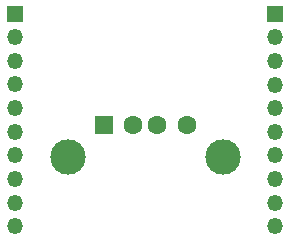
<source format=gbr>
%TF.GenerationSoftware,KiCad,Pcbnew,7.0.7*%
%TF.CreationDate,2023-10-05T13:04:32-06:00*%
%TF.ProjectId,USB_Module,5553425f-4d6f-4647-956c-652e6b696361,rev?*%
%TF.SameCoordinates,Original*%
%TF.FileFunction,Soldermask,Top*%
%TF.FilePolarity,Negative*%
%FSLAX46Y46*%
G04 Gerber Fmt 4.6, Leading zero omitted, Abs format (unit mm)*
G04 Created by KiCad (PCBNEW 7.0.7) date 2023-10-05 13:04:32*
%MOMM*%
%LPD*%
G01*
G04 APERTURE LIST*
%ADD10C,3.000000*%
%ADD11C,1.600000*%
%ADD12R,1.600000X1.600000*%
%ADD13R,1.350000X1.350000*%
%ADD14O,1.350000X1.350000*%
G04 APERTURE END LIST*
D10*
%TO.C,J1*%
X150940000Y-99820000D03*
X137800000Y-99820000D03*
D11*
X147870000Y-97110000D03*
X145370000Y-97110000D03*
X143370000Y-97110000D03*
D12*
X140870000Y-97110000D03*
%TD*%
D13*
%TO.C,J2*%
X133333600Y-87690200D03*
D14*
X133333600Y-89690200D03*
X133333600Y-91690200D03*
X133333600Y-93690200D03*
X133333600Y-95690200D03*
X133333600Y-97690200D03*
X133333600Y-99690200D03*
X133333600Y-101690200D03*
X133333600Y-103690200D03*
X133333600Y-105690200D03*
%TD*%
D13*
%TO.C,J3*%
X155321000Y-87700600D03*
D14*
X155321000Y-89700600D03*
X155321000Y-91700600D03*
X155321000Y-93700600D03*
X155321000Y-95700600D03*
X155321000Y-97700600D03*
X155321000Y-99700600D03*
X155321000Y-101700600D03*
X155321000Y-103700600D03*
X155321000Y-105700600D03*
%TD*%
M02*

</source>
